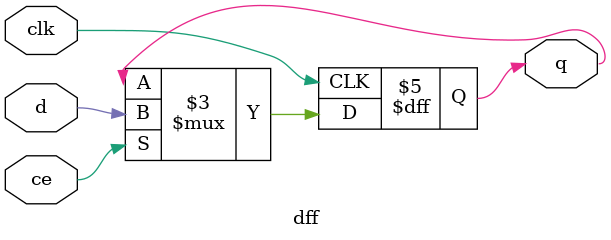
<source format=v>
module dff
(
output reg	q,
input		d,
input		ce,
input		clk
);

    always @(posedge clk) begin
        if (ce) begin
            q = d;
        end
    end

endmodule

</source>
